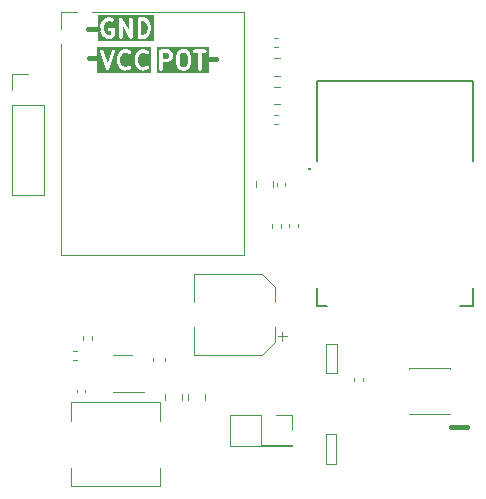
<source format=gbr>
%TF.GenerationSoftware,KiCad,Pcbnew,7.0.6*%
%TF.CreationDate,2023-09-28T21:06:28-04:00*%
%TF.ProjectId,Welder_Knob,57656c64-6572-45f4-9b6e-6f622e6b6963,rev?*%
%TF.SameCoordinates,Original*%
%TF.FileFunction,Legend,Top*%
%TF.FilePolarity,Positive*%
%FSLAX46Y46*%
G04 Gerber Fmt 4.6, Leading zero omitted, Abs format (unit mm)*
G04 Created by KiCad (PCBNEW 7.0.6) date 2023-09-28 21:06:28*
%MOMM*%
%LPD*%
G01*
G04 APERTURE LIST*
%ADD10C,0.400000*%
%ADD11C,0.300000*%
%ADD12C,0.120000*%
%ADD13C,0.100000*%
%ADD14C,0.200000*%
G04 APERTURE END LIST*
D10*
X127700000Y-64800000D02*
X128500000Y-64800000D01*
X127600000Y-62300000D02*
X128400000Y-62300000D01*
X137600000Y-64900000D02*
X138400000Y-64900000D01*
D11*
G36*
X132956542Y-66065114D02*
G01*
X128378984Y-66065114D01*
X128378984Y-64170756D01*
X128593270Y-64170756D01*
X128597923Y-64248262D01*
X129097923Y-65748262D01*
X129114521Y-65773402D01*
X129127995Y-65800349D01*
X129135648Y-65805402D01*
X129140704Y-65813059D01*
X129167655Y-65826534D01*
X129192791Y-65843130D01*
X129201946Y-65843679D01*
X129210153Y-65847783D01*
X129240228Y-65845977D01*
X129270297Y-65847783D01*
X129278501Y-65843680D01*
X129287659Y-65843131D01*
X129312803Y-65826529D01*
X129339746Y-65813058D01*
X129344799Y-65805404D01*
X129352456Y-65800349D01*
X129365931Y-65773397D01*
X129382527Y-65748262D01*
X129612624Y-65057971D01*
X130018796Y-65057971D01*
X130023586Y-65075848D01*
X130023275Y-65094351D01*
X130094703Y-65380065D01*
X130102739Y-65394542D01*
X130106060Y-65410767D01*
X130177489Y-65553624D01*
X130193511Y-65571693D01*
X130205587Y-65592608D01*
X130348444Y-65735466D01*
X130378303Y-65752705D01*
X130407076Y-65771703D01*
X130621362Y-65843131D01*
X130645470Y-65844578D01*
X130668796Y-65850828D01*
X130811653Y-65850828D01*
X130834978Y-65844578D01*
X130859087Y-65843131D01*
X131073373Y-65771703D01*
X131102148Y-65752703D01*
X131132006Y-65735465D01*
X131203434Y-65664036D01*
X131242256Y-65596793D01*
X131242256Y-65519147D01*
X131203432Y-65451904D01*
X131136189Y-65413082D01*
X131058543Y-65413082D01*
X130991300Y-65451906D01*
X130944912Y-65498294D01*
X130787310Y-65550828D01*
X130693139Y-65550828D01*
X130535536Y-65498294D01*
X130434931Y-65397688D01*
X130381750Y-65291328D01*
X130323412Y-65057971D01*
X131518796Y-65057971D01*
X131523586Y-65075848D01*
X131523275Y-65094351D01*
X131594703Y-65380065D01*
X131602739Y-65394542D01*
X131606060Y-65410767D01*
X131677489Y-65553624D01*
X131693511Y-65571693D01*
X131705587Y-65592608D01*
X131848444Y-65735466D01*
X131878303Y-65752705D01*
X131907076Y-65771703D01*
X132121362Y-65843131D01*
X132145470Y-65844578D01*
X132168796Y-65850828D01*
X132311653Y-65850828D01*
X132334978Y-65844578D01*
X132359087Y-65843131D01*
X132573373Y-65771703D01*
X132602148Y-65752703D01*
X132632006Y-65735465D01*
X132703434Y-65664036D01*
X132742256Y-65596793D01*
X132742256Y-65519147D01*
X132703432Y-65451904D01*
X132636189Y-65413082D01*
X132558543Y-65413082D01*
X132491300Y-65451906D01*
X132444912Y-65498294D01*
X132287310Y-65550828D01*
X132193139Y-65550828D01*
X132035536Y-65498294D01*
X131934931Y-65397688D01*
X131881750Y-65291328D01*
X131818796Y-65039507D01*
X131818796Y-64862148D01*
X131881750Y-64610327D01*
X131934931Y-64503967D01*
X132035537Y-64403361D01*
X132193139Y-64350828D01*
X132287313Y-64350828D01*
X132444911Y-64403361D01*
X132491301Y-64449751D01*
X132558544Y-64488574D01*
X132636190Y-64488574D01*
X132703433Y-64449751D01*
X132742256Y-64382508D01*
X132742256Y-64304862D01*
X132703433Y-64237619D01*
X132632005Y-64166191D01*
X132602148Y-64148953D01*
X132573373Y-64129954D01*
X132359087Y-64058526D01*
X132334981Y-64057078D01*
X132311653Y-64050828D01*
X132168796Y-64050828D01*
X132145467Y-64057078D01*
X132121361Y-64058526D01*
X131907076Y-64129955D01*
X131878303Y-64148951D01*
X131848444Y-64166191D01*
X131705587Y-64309048D01*
X131693511Y-64329963D01*
X131677489Y-64348032D01*
X131606060Y-64490889D01*
X131602739Y-64507113D01*
X131594703Y-64521591D01*
X131523275Y-64807305D01*
X131523586Y-64825807D01*
X131518796Y-64843685D01*
X131518796Y-65057971D01*
X130323412Y-65057971D01*
X130318796Y-65039507D01*
X130318796Y-64862148D01*
X130381750Y-64610327D01*
X130434931Y-64503967D01*
X130535537Y-64403361D01*
X130693139Y-64350828D01*
X130787313Y-64350828D01*
X130944911Y-64403361D01*
X130991301Y-64449751D01*
X131058544Y-64488574D01*
X131136190Y-64488574D01*
X131203433Y-64449751D01*
X131242256Y-64382508D01*
X131242256Y-64304862D01*
X131203433Y-64237619D01*
X131132005Y-64166191D01*
X131102148Y-64148953D01*
X131073373Y-64129954D01*
X130859087Y-64058526D01*
X130834981Y-64057078D01*
X130811653Y-64050828D01*
X130668796Y-64050828D01*
X130645467Y-64057078D01*
X130621361Y-64058526D01*
X130407076Y-64129955D01*
X130378303Y-64148951D01*
X130348444Y-64166191D01*
X130205587Y-64309048D01*
X130193511Y-64329963D01*
X130177489Y-64348032D01*
X130106060Y-64490889D01*
X130102739Y-64507113D01*
X130094703Y-64521591D01*
X130023275Y-64807305D01*
X130023586Y-64825807D01*
X130018796Y-64843685D01*
X130018796Y-65057971D01*
X129612624Y-65057971D01*
X129882528Y-64248262D01*
X129887180Y-64170756D01*
X129852456Y-64101307D01*
X129787659Y-64058525D01*
X129710153Y-64053873D01*
X129640704Y-64088597D01*
X129597923Y-64153394D01*
X129240225Y-65226486D01*
X128882527Y-64153394D01*
X128839746Y-64088598D01*
X128770297Y-64053873D01*
X128692791Y-64058526D01*
X128627995Y-64101307D01*
X128593270Y-64170756D01*
X128378984Y-64170756D01*
X128378984Y-63836542D01*
X132956542Y-63836542D01*
X132956542Y-66065114D01*
G37*
G36*
X134379943Y-64395535D02*
G01*
X134416947Y-64432539D01*
X134461653Y-64521951D01*
X134461653Y-64665418D01*
X134416946Y-64754831D01*
X134379941Y-64791836D01*
X134290529Y-64836542D01*
X133904510Y-64836542D01*
X133904510Y-64350828D01*
X134290529Y-64350828D01*
X134379943Y-64395535D01*
G37*
G36*
X135879942Y-64395535D02*
G01*
X135976208Y-64491801D01*
X136033082Y-64719292D01*
X136033082Y-65182363D01*
X135976208Y-65409854D01*
X135879941Y-65506122D01*
X135790529Y-65550828D01*
X135575635Y-65550828D01*
X135486221Y-65506121D01*
X135389954Y-65409854D01*
X135333082Y-65182364D01*
X135333082Y-64719291D01*
X135389954Y-64491802D01*
X135486221Y-64395534D01*
X135575635Y-64350828D01*
X135790529Y-64350828D01*
X135879942Y-64395535D01*
G37*
G36*
X137833083Y-66065114D02*
G01*
X133390224Y-66065114D01*
X133390224Y-65700828D01*
X133604510Y-65700828D01*
X133624606Y-65775828D01*
X133679510Y-65830732D01*
X133754510Y-65850828D01*
X133829510Y-65830732D01*
X133884414Y-65775828D01*
X133904510Y-65700828D01*
X133904510Y-65200828D01*
X135033082Y-65200828D01*
X135037872Y-65218705D01*
X135037561Y-65237208D01*
X135108989Y-65522922D01*
X135109621Y-65524060D01*
X135109621Y-65525365D01*
X135128433Y-65557948D01*
X135146675Y-65590809D01*
X135147792Y-65591479D01*
X135148444Y-65592608D01*
X135291302Y-65735466D01*
X135312216Y-65747540D01*
X135330286Y-65763564D01*
X135473144Y-65834992D01*
X135506919Y-65841903D01*
X135540225Y-65850828D01*
X135825939Y-65850828D01*
X135859242Y-65841904D01*
X135893021Y-65834992D01*
X136035878Y-65763564D01*
X136053947Y-65747540D01*
X136074862Y-65735466D01*
X136217719Y-65592608D01*
X136218370Y-65591479D01*
X136219488Y-65590809D01*
X136237744Y-65557922D01*
X136256542Y-65525364D01*
X136256542Y-65524061D01*
X136257174Y-65522923D01*
X136328603Y-65237209D01*
X136328291Y-65218704D01*
X136333082Y-65200828D01*
X136333082Y-64700828D01*
X136328291Y-64682951D01*
X136328603Y-64664447D01*
X136257174Y-64378733D01*
X136256542Y-64377594D01*
X136256542Y-64376291D01*
X136237736Y-64343719D01*
X136219488Y-64310847D01*
X136218370Y-64310176D01*
X136217719Y-64309048D01*
X136109499Y-64200828D01*
X136461654Y-64200828D01*
X136481750Y-64275828D01*
X136536654Y-64330732D01*
X136611654Y-64350828D01*
X136890225Y-64350828D01*
X136890225Y-65700828D01*
X136910321Y-65775828D01*
X136965225Y-65830732D01*
X137040225Y-65850828D01*
X137115225Y-65830732D01*
X137170129Y-65775828D01*
X137190225Y-65700828D01*
X137190225Y-64350828D01*
X137468797Y-64350828D01*
X137543797Y-64330732D01*
X137598701Y-64275828D01*
X137618797Y-64200828D01*
X137598701Y-64125828D01*
X137543797Y-64070924D01*
X137468797Y-64050828D01*
X136611654Y-64050828D01*
X136536654Y-64070924D01*
X136481750Y-64125828D01*
X136461654Y-64200828D01*
X136109499Y-64200828D01*
X136074862Y-64166191D01*
X136053946Y-64154115D01*
X136035878Y-64138093D01*
X135893021Y-64066664D01*
X135859240Y-64059751D01*
X135825939Y-64050828D01*
X135540225Y-64050828D01*
X135506924Y-64059750D01*
X135473142Y-64066664D01*
X135330286Y-64138093D01*
X135312216Y-64154115D01*
X135291302Y-64166191D01*
X135148444Y-64309048D01*
X135147792Y-64310176D01*
X135146675Y-64310847D01*
X135128433Y-64343707D01*
X135109621Y-64376291D01*
X135109621Y-64377595D01*
X135108989Y-64378734D01*
X135037561Y-64664448D01*
X135037872Y-64682950D01*
X135033082Y-64700828D01*
X135033082Y-65200828D01*
X133904510Y-65200828D01*
X133904510Y-65136542D01*
X134325939Y-65136542D01*
X134359242Y-65127618D01*
X134393021Y-65120706D01*
X134535878Y-65049278D01*
X134553947Y-65033254D01*
X134574862Y-65021180D01*
X134646291Y-64949751D01*
X134658365Y-64928836D01*
X134674389Y-64910767D01*
X134745817Y-64767909D01*
X134752728Y-64734133D01*
X134761653Y-64700828D01*
X134761653Y-64486542D01*
X134752728Y-64453236D01*
X134745817Y-64419461D01*
X134674389Y-64276603D01*
X134658365Y-64258533D01*
X134646290Y-64237618D01*
X134574861Y-64166190D01*
X134553946Y-64154115D01*
X134535878Y-64138093D01*
X134393021Y-64066664D01*
X134359240Y-64059751D01*
X134325939Y-64050828D01*
X133754510Y-64050828D01*
X133679510Y-64070924D01*
X133624606Y-64125828D01*
X133604510Y-64200828D01*
X133604510Y-65700828D01*
X133390224Y-65700828D01*
X133390224Y-63836542D01*
X137833083Y-63836542D01*
X137833083Y-66065114D01*
G37*
G36*
X132416340Y-61703361D02*
G01*
X132516947Y-61803968D01*
X132570126Y-61910327D01*
X132633082Y-62162148D01*
X132633082Y-62339507D01*
X132570126Y-62591328D01*
X132516947Y-62697688D01*
X132416341Y-62798294D01*
X132258739Y-62850828D01*
X132075939Y-62850828D01*
X132075939Y-61650828D01*
X132258742Y-61650828D01*
X132416340Y-61703361D01*
G37*
G36*
X133147368Y-63365114D02*
G01*
X128418796Y-63365114D01*
X128418796Y-62357971D01*
X128633082Y-62357971D01*
X128637872Y-62375848D01*
X128637561Y-62394351D01*
X128708989Y-62680065D01*
X128717025Y-62694542D01*
X128720346Y-62710767D01*
X128791775Y-62853624D01*
X128807797Y-62871693D01*
X128819873Y-62892608D01*
X128962730Y-63035466D01*
X128992589Y-63052705D01*
X129021362Y-63071703D01*
X129235648Y-63143131D01*
X129259756Y-63144578D01*
X129283082Y-63150828D01*
X129425939Y-63150828D01*
X129449264Y-63144578D01*
X129473373Y-63143131D01*
X129687659Y-63071703D01*
X129716434Y-63052703D01*
X129746292Y-63035465D01*
X129780929Y-63000828D01*
X130204510Y-63000828D01*
X130224606Y-63075828D01*
X130279510Y-63130732D01*
X130354510Y-63150828D01*
X130429510Y-63130732D01*
X130484414Y-63075828D01*
X130504510Y-63000828D01*
X130504510Y-62065661D01*
X131081417Y-63075249D01*
X131081659Y-63075493D01*
X131081749Y-63075828D01*
X131108969Y-63103048D01*
X131136075Y-63130397D01*
X131136409Y-63130488D01*
X131136653Y-63130732D01*
X131173753Y-63140672D01*
X131210985Y-63150827D01*
X131211320Y-63150738D01*
X131211653Y-63150828D01*
X131248752Y-63140887D01*
X131286074Y-63131065D01*
X131286319Y-63130821D01*
X131286653Y-63130732D01*
X131313817Y-63103567D01*
X131341222Y-63076406D01*
X131341313Y-63076071D01*
X131341557Y-63075828D01*
X131351497Y-63038727D01*
X131361652Y-63001496D01*
X131361563Y-63001160D01*
X131361653Y-63000828D01*
X131775939Y-63000828D01*
X131796035Y-63075828D01*
X131850939Y-63130732D01*
X131925939Y-63150828D01*
X132283082Y-63150828D01*
X132306407Y-63144578D01*
X132330516Y-63143131D01*
X132544802Y-63071703D01*
X132573577Y-63052703D01*
X132603434Y-63035466D01*
X132746291Y-62892608D01*
X132758366Y-62871693D01*
X132774389Y-62853624D01*
X132845818Y-62710768D01*
X132849138Y-62694541D01*
X132857175Y-62680065D01*
X132928603Y-62394351D01*
X132928291Y-62375848D01*
X132933082Y-62357971D01*
X132933082Y-62143685D01*
X132928291Y-62125807D01*
X132928603Y-62107305D01*
X132857175Y-61821591D01*
X132849138Y-61807114D01*
X132845818Y-61790888D01*
X132774389Y-61648032D01*
X132758366Y-61629963D01*
X132746291Y-61609048D01*
X132603434Y-61466191D01*
X132573577Y-61448953D01*
X132544802Y-61429954D01*
X132330516Y-61358526D01*
X132306410Y-61357078D01*
X132283082Y-61350828D01*
X131925939Y-61350828D01*
X131850939Y-61370924D01*
X131796035Y-61425828D01*
X131775939Y-61500828D01*
X131775939Y-63000828D01*
X131361653Y-63000828D01*
X131361653Y-61500828D01*
X131341557Y-61425828D01*
X131286653Y-61370924D01*
X131211653Y-61350828D01*
X131136653Y-61370924D01*
X131081749Y-61425828D01*
X131061653Y-61500828D01*
X131061653Y-62435992D01*
X130484746Y-61426407D01*
X130484503Y-61426162D01*
X130484414Y-61425828D01*
X130457193Y-61398607D01*
X130430088Y-61371259D01*
X130429753Y-61371167D01*
X130429510Y-61370924D01*
X130392409Y-61360983D01*
X130355178Y-61350829D01*
X130354842Y-61350917D01*
X130354510Y-61350828D01*
X130317304Y-61360797D01*
X130280089Y-61370592D01*
X130279844Y-61370834D01*
X130279510Y-61370924D01*
X130252289Y-61398144D01*
X130224941Y-61425250D01*
X130224849Y-61425584D01*
X130224606Y-61425828D01*
X130214665Y-61462928D01*
X130204511Y-61500160D01*
X130204599Y-61500495D01*
X130204510Y-61500828D01*
X130204510Y-63000828D01*
X129780929Y-63000828D01*
X129817720Y-62964036D01*
X129827593Y-62946934D01*
X129841557Y-62932971D01*
X129846668Y-62913894D01*
X129856542Y-62896793D01*
X129856542Y-62877045D01*
X129861653Y-62857971D01*
X129861653Y-62357971D01*
X129841557Y-62282971D01*
X129786653Y-62228067D01*
X129711653Y-62207971D01*
X129425939Y-62207971D01*
X129350939Y-62228067D01*
X129296035Y-62282971D01*
X129275939Y-62357971D01*
X129296035Y-62432971D01*
X129350939Y-62487875D01*
X129425939Y-62507971D01*
X129561653Y-62507971D01*
X129561653Y-62795839D01*
X129559198Y-62798294D01*
X129401596Y-62850828D01*
X129307425Y-62850828D01*
X129149822Y-62798294D01*
X129049217Y-62697688D01*
X128996036Y-62591328D01*
X128933082Y-62339507D01*
X128933082Y-62162148D01*
X128996036Y-61910327D01*
X129049217Y-61803967D01*
X129149823Y-61703361D01*
X129307425Y-61650828D01*
X129461958Y-61650828D01*
X129573142Y-61706421D01*
X129649212Y-61721988D01*
X129722873Y-61697434D01*
X129774389Y-61639339D01*
X129789956Y-61563270D01*
X129765402Y-61489609D01*
X129707307Y-61438093D01*
X129564450Y-61366664D01*
X129530669Y-61359751D01*
X129497368Y-61350828D01*
X129283082Y-61350828D01*
X129259753Y-61357078D01*
X129235647Y-61358526D01*
X129021362Y-61429955D01*
X128992589Y-61448951D01*
X128962730Y-61466191D01*
X128819873Y-61609048D01*
X128807797Y-61629963D01*
X128791775Y-61648032D01*
X128720346Y-61790889D01*
X128717025Y-61807113D01*
X128708989Y-61821591D01*
X128637561Y-62107305D01*
X128637872Y-62125807D01*
X128633082Y-62143685D01*
X128633082Y-62357971D01*
X128418796Y-62357971D01*
X128418796Y-61136542D01*
X133147368Y-61136542D01*
X133147368Y-63365114D01*
G37*
D10*
%TO.C,J8*%
X159662500Y-96000000D02*
X158337500Y-96000000D01*
D12*
X158265000Y-94965000D02*
X158265000Y-94900000D01*
X158265000Y-94965000D02*
X154735000Y-94965000D01*
X158265000Y-91100000D02*
X158265000Y-91035000D01*
X158265000Y-91035000D02*
X154735000Y-91035000D01*
X154735000Y-94965000D02*
X154735000Y-94900000D01*
X154735000Y-91100000D02*
X154735000Y-91035000D01*
%TO.C,A7*%
X125260000Y-60900000D02*
X125260000Y-62300000D01*
X125260000Y-63570000D02*
X125260000Y-81480000D01*
X125260000Y-81480000D02*
X140760000Y-81480000D01*
X126660000Y-60900000D02*
X125260000Y-60900000D01*
X140760000Y-60900000D02*
X127930000Y-60900000D01*
X140760000Y-81480000D02*
X140760000Y-60900000D01*
%TO.C,C11*%
X143235000Y-75741252D02*
X143235000Y-75218748D01*
X141765000Y-75741252D02*
X141765000Y-75218748D01*
%TO.C,C10*%
X137485000Y-93761252D02*
X137485000Y-93238748D01*
X136015000Y-93761252D02*
X136015000Y-93238748D01*
%TO.C,C9*%
X135535000Y-93761252D02*
X135535000Y-93238748D01*
X134065000Y-93761252D02*
X134065000Y-93238748D01*
D13*
%TO.C,SW7*%
X147750000Y-91500000D02*
X148650000Y-91500000D01*
X148650000Y-91500000D02*
X148650000Y-89000000D01*
X148650000Y-89000000D02*
X147750000Y-89000000D01*
X147750000Y-89000000D02*
X147750000Y-91500000D01*
D12*
%TO.C,R11*%
X143653641Y-70380000D02*
X143346359Y-70380000D01*
X143653641Y-69620000D02*
X143346359Y-69620000D01*
%TO.C,C13*%
X144640000Y-79077836D02*
X144640000Y-78862164D01*
X145360000Y-79077836D02*
X145360000Y-78862164D01*
%TO.C,D7*%
X143338748Y-64805000D02*
X143861252Y-64805000D01*
X143338748Y-66275000D02*
X143861252Y-66275000D01*
%TO.C,C12*%
X143580000Y-75587836D02*
X143580000Y-75372164D01*
X144300000Y-75587836D02*
X144300000Y-75372164D01*
%TO.C,C14*%
X150860000Y-91892164D02*
X150860000Y-92107836D01*
X150140000Y-91892164D02*
X150140000Y-92107836D01*
D14*
%TO.C,IC7*%
X146300000Y-74150000D02*
X146300000Y-74150000D01*
X146300000Y-74150000D02*
X146300000Y-74150000D01*
X146400000Y-74150000D02*
X146400000Y-74150000D01*
X147000000Y-66750000D02*
X147000000Y-66750000D01*
X147000000Y-66750000D02*
X147000000Y-66750000D01*
X147000000Y-66750000D02*
X147000000Y-73500000D01*
X147000000Y-66750000D02*
X160200000Y-66750000D01*
X147000000Y-73500000D02*
X147000000Y-66750000D01*
X147000000Y-73500000D02*
X147000000Y-73500000D01*
X147000000Y-84250000D02*
X147000000Y-84250000D01*
X147000000Y-84250000D02*
X147000000Y-85750000D01*
X147000000Y-85750000D02*
X147000000Y-84250000D01*
X147000000Y-85750000D02*
X147000000Y-85750000D01*
X147000000Y-85750000D02*
X147000000Y-85750000D01*
X147000000Y-85750000D02*
X147850000Y-85750000D01*
X147850000Y-85750000D02*
X147000000Y-85750000D01*
X147850000Y-85750000D02*
X147850000Y-85750000D01*
X159100000Y-85750000D02*
X159100000Y-85750000D01*
X159100000Y-85750000D02*
X160200000Y-85750000D01*
X160200000Y-66750000D02*
X147000000Y-66750000D01*
X160200000Y-66750000D02*
X160200000Y-66750000D01*
X160200000Y-66750000D02*
X160200000Y-66750000D01*
X160200000Y-66750000D02*
X160200000Y-73500000D01*
X160200000Y-73500000D02*
X160200000Y-66750000D01*
X160200000Y-73500000D02*
X160200000Y-73500000D01*
X160200000Y-84250000D02*
X160200000Y-84250000D01*
X160200000Y-84250000D02*
X160200000Y-85750000D01*
X160200000Y-85750000D02*
X159100000Y-85750000D01*
X160200000Y-85750000D02*
X160200000Y-84250000D01*
X160200000Y-85750000D02*
X160200000Y-85750000D01*
X160200000Y-85750000D02*
X160200000Y-85750000D01*
X146400000Y-74150000D02*
G75*
G03*
X146300000Y-74150000I-50000J0D01*
G01*
X146300000Y-74150000D02*
G75*
G03*
X146400000Y-74150000I50000J0D01*
G01*
X146300000Y-74150000D02*
G75*
G03*
X146400000Y-74150000I50000J0D01*
G01*
D12*
%TO.C,C7*%
X134110000Y-90159420D02*
X134110000Y-90440580D01*
X133090000Y-90159420D02*
X133090000Y-90440580D01*
%TO.C,R7*%
X126346359Y-89620000D02*
X126653641Y-89620000D01*
X126346359Y-90380000D02*
X126653641Y-90380000D01*
%TO.C,R10*%
X143880000Y-78846359D02*
X143880000Y-79153641D01*
X143120000Y-78846359D02*
X143120000Y-79153641D01*
%TO.C,J9*%
X121170000Y-66130000D02*
X122500000Y-66130000D01*
X121170000Y-67460000D02*
X121170000Y-66130000D01*
X121170000Y-68730000D02*
X121170000Y-76410000D01*
X121170000Y-68730000D02*
X123830000Y-68730000D01*
X121170000Y-76410000D02*
X123830000Y-76410000D01*
X123830000Y-68730000D02*
X123830000Y-76410000D01*
%TO.C,C8*%
X127360000Y-92892164D02*
X127360000Y-93107836D01*
X126640000Y-92892164D02*
X126640000Y-93107836D01*
%TO.C,D8*%
X143338748Y-67215000D02*
X143861252Y-67215000D01*
X143338748Y-68685000D02*
X143861252Y-68685000D01*
%TO.C,L7*%
X126152500Y-93940000D02*
X126152500Y-95490000D01*
X126152500Y-93940000D02*
X133672500Y-93940000D01*
X126152500Y-101060000D02*
X126152500Y-99510000D01*
X126152500Y-101060000D02*
X133672500Y-101060000D01*
X133672500Y-93940000D02*
X133672500Y-95490000D01*
X133672500Y-101060000D02*
X133672500Y-99510000D01*
%TO.C,C16*%
X144437500Y-88347500D02*
X143650000Y-88347500D01*
X144043750Y-88741250D02*
X144043750Y-87953750D01*
X143410000Y-88845563D02*
X143410000Y-87560000D01*
X143410000Y-88845563D02*
X142345563Y-89910000D01*
X143410000Y-84154437D02*
X143410000Y-85440000D01*
X143410000Y-84154437D02*
X142345563Y-83090000D01*
X142345563Y-89910000D02*
X136590000Y-89910000D01*
X142345563Y-83090000D02*
X136590000Y-83090000D01*
X136590000Y-89910000D02*
X136590000Y-87560000D01*
X136590000Y-83090000D02*
X136590000Y-85440000D01*
%TO.C,J7*%
X139620000Y-94995000D02*
X139620000Y-97655000D01*
X139620000Y-94995000D02*
X142220000Y-94995000D01*
X139620000Y-97655000D02*
X144820000Y-97655000D01*
X142220000Y-94995000D02*
X142220000Y-97595000D01*
X142220000Y-97595000D02*
X144820000Y-97595000D01*
X143490000Y-94995000D02*
X144820000Y-94995000D01*
X144820000Y-94995000D02*
X144820000Y-96325000D01*
X144820000Y-97595000D02*
X144820000Y-97655000D01*
%TO.C,U7*%
X130500000Y-93060000D02*
X132300000Y-93060000D01*
X130500000Y-93060000D02*
X129700000Y-93060000D01*
X130500000Y-89940000D02*
X131300000Y-89940000D01*
X130500000Y-89940000D02*
X129700000Y-89940000D01*
D13*
%TO.C,SW8*%
X147700000Y-99150000D02*
X148600000Y-99150000D01*
X148600000Y-99150000D02*
X148600000Y-96650000D01*
X148600000Y-96650000D02*
X147700000Y-96650000D01*
X147700000Y-96650000D02*
X147700000Y-99150000D01*
D12*
%TO.C,R8*%
X127120000Y-88653641D02*
X127120000Y-88346359D01*
X127880000Y-88653641D02*
X127880000Y-88346359D01*
%TO.C,R9*%
X143356359Y-63120000D02*
X143663641Y-63120000D01*
X143356359Y-63880000D02*
X143663641Y-63880000D01*
%TD*%
M02*

</source>
